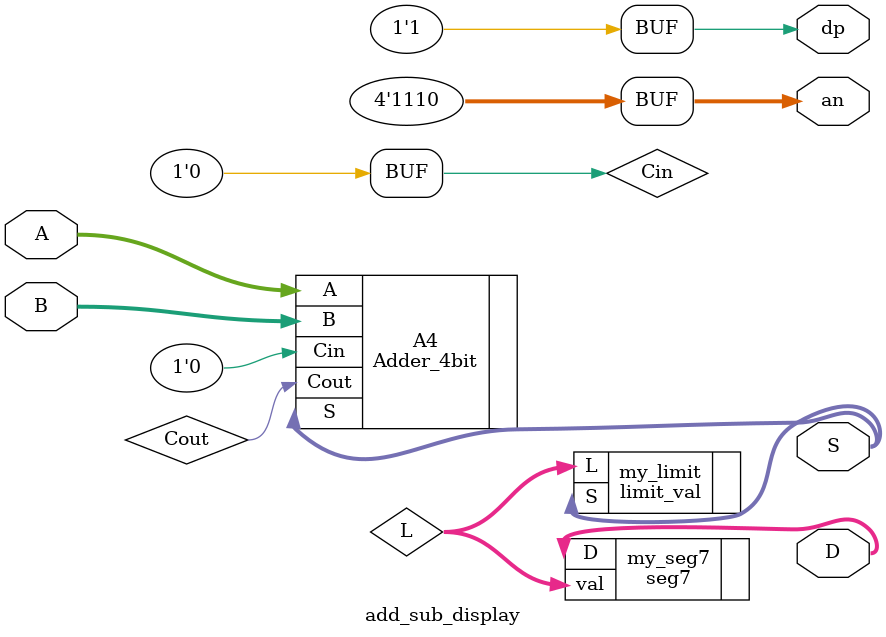
<source format=sv>
`timescale 1ns / 1ps



module add_sub_display(
	input [3:0] A,
	input [3:0] B,
	output [3:0] S,
	output [6:0] D,
	output [3:0] an,
	output dp
	);

	// local signals
	logic  Cin = 1'b0;
	logic  Cout;

	// instantiate lower-level modules
	Adder_4bit A4(
	.A(A),
	.B(B),
	.Cin(Cin),
	.S(S),
	.Cout(Cout)
	);
	
	logic [3:0] L;
	
	// instantiate module to limit values
	limit_val my_limit( .S(S), .L(L) );

	// instantiate module to drive 7-segment display
	//   (L) is a local signal
	//   .S  is a signal in the called module
	seg7 my_seg7( .val(L), .D(D) );
	
	// use digit 0 only. active low
	assign an = 4'b1110;
	
	// decimal point off
	assign dp = 1'b1;

endmodule


</source>
